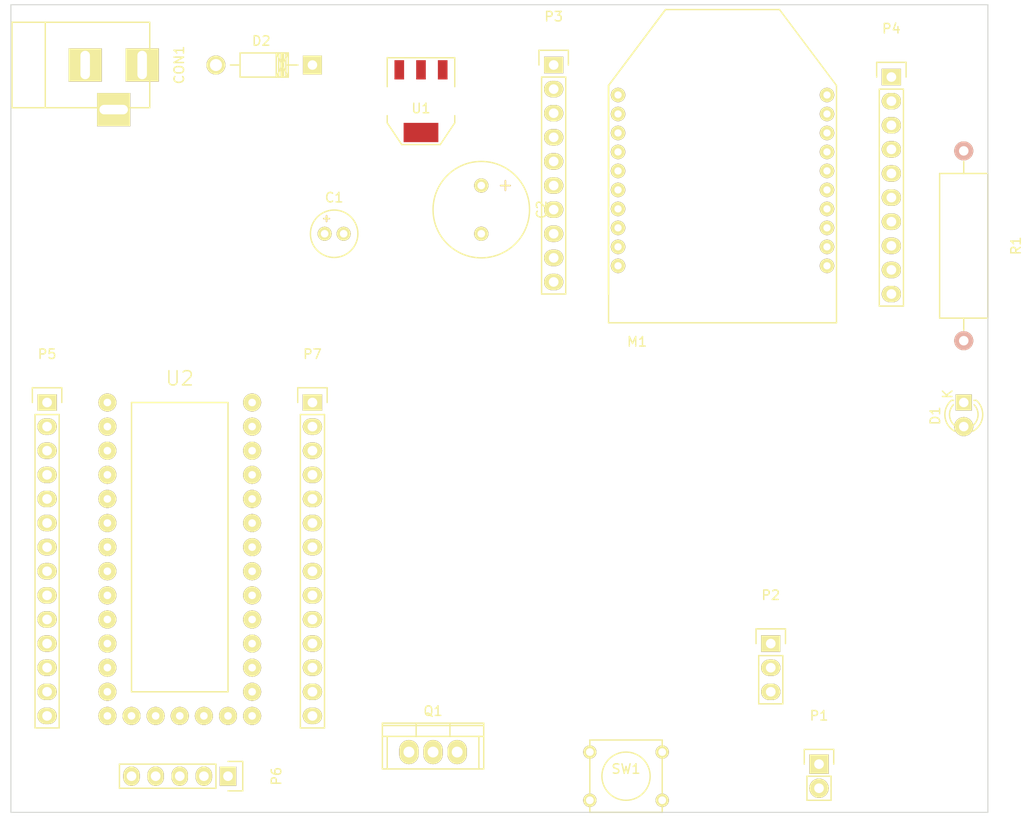
<source format=kicad_pcb>
(kicad_pcb (version 4) (host pcbnew "(2015-05-10 BZR 5649)-product")

  (general
    (links 79)
    (no_connects 79)
    (area 92.659999 72.339999 195.630001 157.530001)
    (thickness 1.6)
    (drawings 4)
    (tracks 0)
    (zones 0)
    (modules 18)
    (nets 56)
  )

  (page A4)
  (layers
    (0 F.Cu signal)
    (31 B.Cu signal)
    (32 B.Adhes user)
    (33 F.Adhes user)
    (34 B.Paste user)
    (35 F.Paste user)
    (36 B.SilkS user)
    (37 F.SilkS user)
    (38 B.Mask user)
    (39 F.Mask user)
    (40 Dwgs.User user)
    (41 Cmts.User user)
    (42 Eco1.User user)
    (43 Eco2.User user)
    (44 Edge.Cuts user)
    (45 Margin user)
    (46 B.CrtYd user)
    (47 F.CrtYd user)
    (48 B.Fab user)
    (49 F.Fab user)
  )

  (setup
    (last_trace_width 0.25)
    (trace_clearance 0.2)
    (zone_clearance 0.508)
    (zone_45_only no)
    (trace_min 0.2)
    (segment_width 0.2)
    (edge_width 0.1)
    (via_size 0.6)
    (via_drill 0.4)
    (via_min_size 0.4)
    (via_min_drill 0.3)
    (uvia_size 0.3)
    (uvia_drill 0.1)
    (uvias_allowed no)
    (uvia_min_size 0.2)
    (uvia_min_drill 0.1)
    (pcb_text_width 0.3)
    (pcb_text_size 1.5 1.5)
    (mod_edge_width 0.15)
    (mod_text_size 1 1)
    (mod_text_width 0.15)
    (pad_size 1.5 1.5)
    (pad_drill 0.6)
    (pad_to_mask_clearance 0)
    (aux_axis_origin 0 0)
    (visible_elements FFFFFF7F)
    (pcbplotparams
      (layerselection 0x00030_80000001)
      (usegerberextensions false)
      (excludeedgelayer true)
      (linewidth 0.100000)
      (plotframeref false)
      (viasonmask false)
      (mode 1)
      (useauxorigin false)
      (hpglpennumber 1)
      (hpglpenspeed 20)
      (hpglpendiameter 15)
      (hpglpenoverlay 2)
      (psnegative false)
      (psa4output false)
      (plotreference true)
      (plotvalue true)
      (plotinvisibletext false)
      (padsonsilk false)
      (subtractmaskfromsilk false)
      (outputformat 1)
      (mirror false)
      (drillshape 1)
      (scaleselection 1)
      (outputdirectory ""))
  )

  (net 0 "")
  (net 1 +5V)
  (net 2 GND)
  (net 3 +3V3)
  (net 4 "Net-(CON1-Pad1)")
  (net 5 "Net-(CON1-Pad3)")
  (net 6 "Net-(D1-Pad1)")
  (net 7 "Net-(M1-Pad2)")
  (net 8 "Net-(M1-Pad4)")
  (net 9 "Net-(M1-Pad5)")
  (net 10 "Net-(M1-Pad6)")
  (net 11 "Net-(M1-Pad7)")
  (net 12 "Net-(M1-Pad8)")
  (net 13 "Net-(M1-Pad9)")
  (net 14 "Net-(M1-Pad11)")
  (net 15 /XBEE_DIO7)
  (net 16 "Net-(M1-Pad13)")
  (net 17 "Net-(M1-Pad14)")
  (net 18 "Net-(M1-Pad15)")
  (net 19 "Net-(M1-Pad16)")
  (net 20 "Net-(M1-Pad17)")
  (net 21 "Net-(M1-Pad18)")
  (net 22 "Net-(M1-Pad19)")
  (net 23 "Net-(M1-Pad20)")
  (net 24 "Net-(P1-Pad1)")
  (net 25 "Net-(P2-Pad1)")
  (net 26 "Net-(P2-Pad3)")
  (net 27 "Net-(M1-Pad3)")
  (net 28 "Net-(P5-Pad2)")
  (net 29 "Net-(P5-Pad3)")
  (net 30 "Net-(P5-Pad4)")
  (net 31 "Net-(P5-Pad5)")
  (net 32 "Net-(P5-Pad6)")
  (net 33 "Net-(P5-Pad7)")
  (net 34 "Net-(P5-Pad9)")
  (net 35 "Net-(P5-Pad10)")
  (net 36 "Net-(P5-Pad11)")
  (net 37 "Net-(P5-Pad13)")
  (net 38 "Net-(P5-Pad14)")
  (net 39 "Net-(P6-Pad1)")
  (net 40 "Net-(P6-Pad2)")
  (net 41 "Net-(P6-Pad3)")
  (net 42 "Net-(P6-Pad4)")
  (net 43 "Net-(P7-Pad2)")
  (net 44 "Net-(P7-Pad3)")
  (net 45 "Net-(P7-Pad4)")
  (net 46 "Net-(P7-Pad5)")
  (net 47 "Net-(P7-Pad6)")
  (net 48 "Net-(P7-Pad7)")
  (net 49 "Net-(P7-Pad8)")
  (net 50 "Net-(P7-Pad9)")
  (net 51 "Net-(P7-Pad10)")
  (net 52 "Net-(P7-Pad11)")
  (net 53 "Net-(P7-Pad12)")
  (net 54 "Net-(P7-Pad13)")
  (net 55 "Net-(P7-Pad14)")

  (net_class Default "This is the default net class."
    (clearance 0.2)
    (trace_width 0.25)
    (via_dia 0.6)
    (via_drill 0.4)
    (uvia_dia 0.3)
    (uvia_drill 0.1)
    (add_net +3V3)
    (add_net +5V)
    (add_net /XBEE_DIO7)
    (add_net GND)
    (add_net "Net-(CON1-Pad1)")
    (add_net "Net-(CON1-Pad3)")
    (add_net "Net-(D1-Pad1)")
    (add_net "Net-(M1-Pad11)")
    (add_net "Net-(M1-Pad13)")
    (add_net "Net-(M1-Pad14)")
    (add_net "Net-(M1-Pad15)")
    (add_net "Net-(M1-Pad16)")
    (add_net "Net-(M1-Pad17)")
    (add_net "Net-(M1-Pad18)")
    (add_net "Net-(M1-Pad19)")
    (add_net "Net-(M1-Pad2)")
    (add_net "Net-(M1-Pad20)")
    (add_net "Net-(M1-Pad3)")
    (add_net "Net-(M1-Pad4)")
    (add_net "Net-(M1-Pad5)")
    (add_net "Net-(M1-Pad6)")
    (add_net "Net-(M1-Pad7)")
    (add_net "Net-(M1-Pad8)")
    (add_net "Net-(M1-Pad9)")
    (add_net "Net-(P1-Pad1)")
    (add_net "Net-(P2-Pad1)")
    (add_net "Net-(P2-Pad3)")
    (add_net "Net-(P5-Pad10)")
    (add_net "Net-(P5-Pad11)")
    (add_net "Net-(P5-Pad13)")
    (add_net "Net-(P5-Pad14)")
    (add_net "Net-(P5-Pad2)")
    (add_net "Net-(P5-Pad3)")
    (add_net "Net-(P5-Pad4)")
    (add_net "Net-(P5-Pad5)")
    (add_net "Net-(P5-Pad6)")
    (add_net "Net-(P5-Pad7)")
    (add_net "Net-(P5-Pad9)")
    (add_net "Net-(P6-Pad1)")
    (add_net "Net-(P6-Pad2)")
    (add_net "Net-(P6-Pad3)")
    (add_net "Net-(P6-Pad4)")
    (add_net "Net-(P7-Pad10)")
    (add_net "Net-(P7-Pad11)")
    (add_net "Net-(P7-Pad12)")
    (add_net "Net-(P7-Pad13)")
    (add_net "Net-(P7-Pad14)")
    (add_net "Net-(P7-Pad2)")
    (add_net "Net-(P7-Pad3)")
    (add_net "Net-(P7-Pad4)")
    (add_net "Net-(P7-Pad5)")
    (add_net "Net-(P7-Pad6)")
    (add_net "Net-(P7-Pad7)")
    (add_net "Net-(P7-Pad8)")
    (add_net "Net-(P7-Pad9)")
  )

  (module Capacitors_Elko_ThroughHole:Elko_vert_11x5mm_RM2 placed (layer F.Cu) (tedit 5454A250) (tstamp 5555667A)
    (at 125.73 96.52)
    (descr "Electrolytic Capacitor, vertical, diameter 5mm, RM 2mm, radial,")
    (tags "Electrolytic Capacitor, vertical, diameter 5mm,  radial, RM 2mm, Elko, Electrolytkondensator, Kondensator gepolt, Durchmesser 5mm")
    (path /553C53E8)
    (fp_text reference C1 (at 1.016 -3.81) (layer F.SilkS)
      (effects (font (size 1 1) (thickness 0.15)))
    )
    (fp_text value 10uF (at 1.016 5.08) (layer F.Fab)
      (effects (font (size 1 1) (thickness 0.15)))
    )
    (fp_line (start 0.2159 -1.89992) (end 0.2159 -1.30048) (layer F.SilkS) (width 0.15))
    (fp_line (start -0.08382 -1.6002) (end 0.51562 -1.6002) (layer F.SilkS) (width 0.15))
    (fp_line (start 0.2159 -1.6002) (end 0.2159 -1.30048) (layer F.Cu) (width 0.15))
    (fp_line (start 0.2159 -1.6002) (end 0.51562 -1.6002) (layer F.Cu) (width 0.15))
    (fp_line (start -0.08382 -1.6002) (end 0.2159 -1.6002) (layer F.Cu) (width 0.15))
    (fp_line (start 0.2159 -1.6002) (end 0.2159 -1.89992) (layer F.Cu) (width 0.15))
    (fp_circle (center 1.016 0) (end 3.51536 0) (layer F.SilkS) (width 0.15))
    (pad 1 thru_hole circle (at 0.01524 0) (size 1.48082 1.48082) (drill 0.8001) (layers *.Cu *.Mask F.SilkS)
      (net 1 +5V))
    (pad 2 thru_hole circle (at 2.01676 0) (size 1.48082 1.48082) (drill 0.8001) (layers *.Cu *.Mask F.SilkS)
      (net 2 GND))
    (model Capacitors_Elko_ThroughHole.3dshapes/Elko_vert_11x5mm_RM2.wrl
      (at (xyz 0 0 0))
      (scale (xyz 1 1 1))
      (rotate (xyz 0 0 0))
    )
  )

  (module Capacitors_Elko_ThroughHole:Elko_vert_20x10mm_RM5 placed (layer F.Cu) (tedit 5454A3C5) (tstamp 55556685)
    (at 142.24 91.44 270)
    (descr "Electrolytic Capacitor, vertical, diameter 10mm, RM 5mm, radial,")
    (tags "Electrolytic Capacitor, vertical, diameter 10mm, RM 5mm, Elko, Electrolytkondensator, Kondensator gepolt, Durchmesser 10mm, radial,")
    (path /553C5452)
    (fp_text reference C2 (at 2.54 -6.35 270) (layer F.SilkS)
      (effects (font (size 1 1) (thickness 0.15)))
    )
    (fp_text value 10uF (at 2.54 6.35 270) (layer F.Fab)
      (effects (font (size 1 1) (thickness 0.15)))
    )
    (fp_line (start 0 -3.048) (end 0 -2.032) (layer F.SilkS) (width 0.15))
    (fp_line (start -0.508 -2.54) (end 0.508 -2.54) (layer F.SilkS) (width 0.15))
    (fp_line (start -0.508 -2.54) (end 0.508 -2.54) (layer F.Cu) (width 0.15))
    (fp_line (start 0 -3.048) (end 0 -2.032) (layer F.Cu) (width 0.15))
    (fp_circle (center 2.54 0) (end 7.62 0) (layer F.SilkS) (width 0.15))
    (pad 2 thru_hole circle (at 5.08 0 270) (size 1.50114 1.50114) (drill 0.8001) (layers *.Cu *.Mask F.SilkS)
      (net 2 GND))
    (pad 1 thru_hole circle (at 0 0 270) (size 1.50114 1.50114) (drill 0.8001) (layers *.Cu *.Mask F.SilkS)
      (net 3 +3V3))
    (model Capacitors_Elko_ThroughHole.3dshapes/Elko_vert_20x10mm_RM5.wrl
      (at (xyz 0 0 0))
      (scale (xyz 1 1 1))
      (rotate (xyz 0 0 0))
    )
  )

  (module Connect:BARREL_JACK placed (layer F.Cu) (tedit 0) (tstamp 55556691)
    (at 100.33 78.74)
    (descr "DC Barrel Jack")
    (tags "Power Jack")
    (path /553C403C)
    (fp_text reference CON1 (at 10.09904 0 90) (layer F.SilkS)
      (effects (font (size 1 1) (thickness 0.15)))
    )
    (fp_text value BARREL_JACK (at 0 -5.99948) (layer F.Fab)
      (effects (font (size 1 1) (thickness 0.15)))
    )
    (fp_line (start -4.0005 -4.50088) (end -4.0005 4.50088) (layer F.SilkS) (width 0.15))
    (fp_line (start -7.50062 -4.50088) (end -7.50062 4.50088) (layer F.SilkS) (width 0.15))
    (fp_line (start -7.50062 4.50088) (end 7.00024 4.50088) (layer F.SilkS) (width 0.15))
    (fp_line (start 7.00024 4.50088) (end 7.00024 -4.50088) (layer F.SilkS) (width 0.15))
    (fp_line (start 7.00024 -4.50088) (end -7.50062 -4.50088) (layer F.SilkS) (width 0.15))
    (pad 1 thru_hole rect (at 6.20014 0) (size 3.50012 3.50012) (drill oval 1.00076 2.99974) (layers *.Cu *.Mask F.SilkS)
      (net 4 "Net-(CON1-Pad1)"))
    (pad 2 thru_hole rect (at 0.20066 0) (size 3.50012 3.50012) (drill oval 1.00076 2.99974) (layers *.Cu *.Mask F.SilkS)
      (net 2 GND))
    (pad 3 thru_hole rect (at 3.2004 4.699) (size 3.50012 3.50012) (drill oval 2.99974 1.00076) (layers *.Cu *.Mask F.SilkS)
      (net 5 "Net-(CON1-Pad3)"))
  )

  (module LEDs:LED-3MM placed (layer F.Cu) (tedit 5538DCEE) (tstamp 555566A2)
    (at 193.04 114.3 270)
    (descr "LED vertical 3mm")
    (tags "LED-3MM LED 3mm")
    (path /553D18EC)
    (fp_text reference D1 (at 1.4 3 270) (layer F.SilkS)
      (effects (font (size 1 1) (thickness 0.15)))
    )
    (fp_text value "Assoc LED" (at 0.65 -2.85 270) (layer F.Fab)
      (effects (font (size 1 1) (thickness 0.15)))
    )
    (fp_line (start 3.8 -2.25) (end 3.8 2.3) (layer F.CrtYd) (width 0.05))
    (fp_line (start -1.1 -2.25) (end -1.1 2.3) (layer F.CrtYd) (width 0.05))
    (fp_line (start -1.1 2.3) (end 3.8 2.3) (layer F.CrtYd) (width 0.05))
    (fp_line (start -1.1 -2.25) (end 3.8 -2.25) (layer F.CrtYd) (width 0.05))
    (fp_line (start -0.23 1.28) (end -0.23 1.06) (layer F.SilkS) (width 0.15))
    (fp_line (start -0.23 -1.32) (end -0.23 -1.07) (layer F.SilkS) (width 0.15))
    (fp_arc (start 1.27 0) (end -0.23 -1.32) (angle 110) (layer F.SilkS) (width 0.15))
    (fp_arc (start 1.27 0) (end 0.23 -1.09) (angle 93) (layer F.SilkS) (width 0.15))
    (fp_arc (start 1.28 0) (end 3.02 0.96) (angle 110) (layer F.SilkS) (width 0.15))
    (fp_arc (start 1.27 0) (end 2.44 0.94) (angle 95.5) (layer F.SilkS) (width 0.15))
    (fp_text user K (at -0.9 1.7 270) (layer F.SilkS)
      (effects (font (size 1 1) (thickness 0.15)))
    )
    (pad 1 thru_hole rect (at 0 0) (size 1.69926 1.69926) (drill 1.00076) (layers *.Cu *.Mask F.SilkS)
      (net 6 "Net-(D1-Pad1)"))
    (pad 2 thru_hole circle (at 2.54 0 270) (size 1.99898 1.99898) (drill 1.00076) (layers *.Cu *.Mask F.SilkS)
      (net 2 GND))
    (model LEDs.3dshapes/LED-3MM.wrl
      (at (xyz 0.05 0 0))
      (scale (xyz 1 1 1))
      (rotate (xyz 0 0 180))
    )
  )

  (module Diodes_ThroughHole:Diode_DO-41_SOD81_Horizontal_RM10 placed (layer F.Cu) (tedit 552FFCCE) (tstamp 555566B6)
    (at 124.46 78.74 180)
    (descr "Diode, DO-41, SOD81, Horizontal, RM 10mm,")
    (tags "Diode, DO-41, SOD81, Horizontal, RM 10mm, 1N4007, SB140,")
    (path /5541A2D5)
    (fp_text reference D2 (at 5.38734 2.53746 180) (layer F.SilkS)
      (effects (font (size 1 1) (thickness 0.15)))
    )
    (fp_text value 1N4001 (at 4.37134 -3.55854 180) (layer F.Fab)
      (effects (font (size 1 1) (thickness 0.15)))
    )
    (fp_line (start 7.62 -0.00254) (end 8.636 -0.00254) (layer F.SilkS) (width 0.15))
    (fp_line (start 2.794 -0.00254) (end 1.524 -0.00254) (layer F.SilkS) (width 0.15))
    (fp_line (start 3.048 -1.27254) (end 3.048 1.26746) (layer F.SilkS) (width 0.15))
    (fp_line (start 3.302 -1.27254) (end 3.302 1.26746) (layer F.SilkS) (width 0.15))
    (fp_line (start 3.556 -1.27254) (end 3.556 1.26746) (layer F.SilkS) (width 0.15))
    (fp_line (start 2.794 -1.27254) (end 2.794 1.26746) (layer F.SilkS) (width 0.15))
    (fp_line (start 3.81 -1.27254) (end 2.54 1.26746) (layer F.SilkS) (width 0.15))
    (fp_line (start 2.54 -1.27254) (end 3.81 1.26746) (layer F.SilkS) (width 0.15))
    (fp_line (start 3.81 -1.27254) (end 3.81 1.26746) (layer F.SilkS) (width 0.15))
    (fp_line (start 3.175 -1.27254) (end 3.175 1.26746) (layer F.SilkS) (width 0.15))
    (fp_line (start 2.54 1.26746) (end 2.54 -1.27254) (layer F.SilkS) (width 0.15))
    (fp_line (start 2.54 -1.27254) (end 7.62 -1.27254) (layer F.SilkS) (width 0.15))
    (fp_line (start 7.62 -1.27254) (end 7.62 1.26746) (layer F.SilkS) (width 0.15))
    (fp_line (start 7.62 1.26746) (end 2.54 1.26746) (layer F.SilkS) (width 0.15))
    (pad 2 thru_hole circle (at 10.16 -0.00254) (size 1.99898 1.99898) (drill 1.27) (layers *.Cu *.Mask F.SilkS)
      (net 4 "Net-(CON1-Pad1)"))
    (pad 1 thru_hole rect (at 0 -0.00254) (size 1.99898 1.99898) (drill 1.00076) (layers *.Cu *.Mask F.SilkS)
      (net 1 +5V))
  )

  (module modules:xbee placed (layer F.Cu) (tedit 5551735C) (tstamp 555566D7)
    (at 167.64 88.9)
    (path /5542EC6F)
    (fp_text reference M1 (at -9 19) (layer F.SilkS)
      (effects (font (size 1 1) (thickness 0.15)))
    )
    (fp_text value XBEE (at 0 0) (layer F.Fab) hide
      (effects (font (size 1 1) (thickness 0.15)))
    )
    (fp_line (start -6 -16) (end -12 -8) (layer F.SilkS) (width 0.15))
    (fp_line (start -12 -8) (end -6 -16) (layer F.SilkS) (width 0.15))
    (fp_line (start -6 -16) (end 6 -16) (layer F.SilkS) (width 0.15))
    (fp_line (start 12 -8) (end 6 -16) (layer F.SilkS) (width 0.15))
    (fp_line (start 12 -8) (end 12 17) (layer F.SilkS) (width 0.15))
    (fp_line (start -12 17) (end 12 17) (layer F.SilkS) (width 0.15))
    (fp_line (start -12 17) (end -12 14) (layer F.SilkS) (width 0.15))
    (fp_line (start -12 -8) (end -12 14) (layer F.SilkS) (width 0.15))
    (fp_line (start -12 14) (end -12 -8) (layer F.SilkS) (width 0.15))
    (pad 1 thru_hole circle (at -11 -7) (size 1.524 1.524) (drill 0.762) (layers *.Cu *.Mask F.SilkS)
      (net 3 +3V3))
    (pad 2 thru_hole circle (at -11 -5) (size 1.524 1.524) (drill 0.762) (layers *.Cu *.Mask F.SilkS)
      (net 7 "Net-(M1-Pad2)"))
    (pad 4 thru_hole circle (at -11 -1) (size 1.524 1.524) (drill 0.762) (layers *.Cu *.Mask F.SilkS)
      (net 8 "Net-(M1-Pad4)"))
    (pad 3 thru_hole circle (at -11 -3) (size 1.524 1.524) (drill 0.762) (layers *.Cu *.Mask F.SilkS)
      (net 27 "Net-(M1-Pad3)"))
    (pad 6 thru_hole circle (at -11 3) (size 1.524 1.524) (drill 0.762) (layers *.Cu *.Mask F.SilkS)
      (net 10 "Net-(M1-Pad6)"))
    (pad 7 thru_hole circle (at -11 5) (size 1.524 1.524) (drill 0.762) (layers *.Cu *.Mask F.SilkS)
      (net 11 "Net-(M1-Pad7)"))
    (pad 8 thru_hole circle (at -11 7) (size 1.524 1.524) (drill 0.762) (layers *.Cu *.Mask F.SilkS)
      (net 12 "Net-(M1-Pad8)"))
    (pad 9 thru_hole circle (at -11 9) (size 1.524 1.524) (drill 0.762) (layers *.Cu *.Mask F.SilkS)
      (net 13 "Net-(M1-Pad9)"))
    (pad 10 thru_hole circle (at -11 11) (size 1.524 1.524) (drill 0.762) (layers *.Cu *.Mask F.SilkS)
      (net 2 GND))
    (pad 11 thru_hole circle (at 11 11) (size 1.524 1.524) (drill 0.762) (layers *.Cu *.Mask F.SilkS)
      (net 14 "Net-(M1-Pad11)"))
    (pad 12 thru_hole circle (at 11 9) (size 1.524 1.524) (drill 0.762) (layers *.Cu *.Mask F.SilkS)
      (net 15 /XBEE_DIO7))
    (pad 13 thru_hole circle (at 11 7) (size 1.524 1.524) (drill 0.762) (layers *.Cu *.Mask F.SilkS)
      (net 16 "Net-(M1-Pad13)"))
    (pad 14 thru_hole circle (at 11 5) (size 1.524 1.524) (drill 0.762) (layers *.Cu *.Mask F.SilkS)
      (net 17 "Net-(M1-Pad14)"))
    (pad 15 thru_hole circle (at 11 3) (size 1.524 1.524) (drill 0.762) (layers *.Cu *.Mask F.SilkS)
      (net 18 "Net-(M1-Pad15)"))
    (pad 16 thru_hole circle (at 11 1) (size 1.524 1.524) (drill 0.762) (layers *.Cu *.Mask F.SilkS)
      (net 19 "Net-(M1-Pad16)"))
    (pad 17 thru_hole circle (at 11 -1) (size 1.524 1.524) (drill 0.762) (layers *.Cu *.Mask F.SilkS)
      (net 20 "Net-(M1-Pad17)"))
    (pad 18 thru_hole circle (at 11 -3) (size 1.524 1.524) (drill 0.762) (layers *.Cu *.Mask F.SilkS)
      (net 21 "Net-(M1-Pad18)"))
    (pad 19 thru_hole circle (at 11 -5) (size 1.524 1.524) (drill 0.762) (layers *.Cu *.Mask F.SilkS)
      (net 22 "Net-(M1-Pad19)"))
    (pad 20 thru_hole circle (at 11 -7) (size 1.524 1.524) (drill 0.762) (layers *.Cu *.Mask F.SilkS)
      (net 23 "Net-(M1-Pad20)"))
    (pad 5 thru_hole circle (at -11 1) (size 1.524 1.524) (drill 0.762) (layers *.Cu *.Mask F.SilkS)
      (net 9 "Net-(M1-Pad5)"))
  )

  (module Pin_Headers:Pin_Header_Straight_1x02 placed (layer F.Cu) (tedit 54EA090C) (tstamp 555566E8)
    (at 177.8 152.4)
    (descr "Through hole pin header")
    (tags "pin header")
    (path /553C4802)
    (fp_text reference P1 (at 0 -5.1) (layer F.SilkS)
      (effects (font (size 1 1) (thickness 0.15)))
    )
    (fp_text value "Door Sensor" (at 0 -3.1) (layer F.Fab)
      (effects (font (size 1 1) (thickness 0.15)))
    )
    (fp_line (start 1.27 1.27) (end 1.27 3.81) (layer F.SilkS) (width 0.15))
    (fp_line (start 1.55 -1.55) (end 1.55 0) (layer F.SilkS) (width 0.15))
    (fp_line (start -1.75 -1.75) (end -1.75 4.3) (layer F.CrtYd) (width 0.05))
    (fp_line (start 1.75 -1.75) (end 1.75 4.3) (layer F.CrtYd) (width 0.05))
    (fp_line (start -1.75 -1.75) (end 1.75 -1.75) (layer F.CrtYd) (width 0.05))
    (fp_line (start -1.75 4.3) (end 1.75 4.3) (layer F.CrtYd) (width 0.05))
    (fp_line (start 1.27 1.27) (end -1.27 1.27) (layer F.SilkS) (width 0.15))
    (fp_line (start -1.55 0) (end -1.55 -1.55) (layer F.SilkS) (width 0.15))
    (fp_line (start -1.55 -1.55) (end 1.55 -1.55) (layer F.SilkS) (width 0.15))
    (fp_line (start -1.27 1.27) (end -1.27 3.81) (layer F.SilkS) (width 0.15))
    (fp_line (start -1.27 3.81) (end 1.27 3.81) (layer F.SilkS) (width 0.15))
    (pad 1 thru_hole rect (at 0 0) (size 2.032 2.032) (drill 1.016) (layers *.Cu *.Mask F.SilkS)
      (net 24 "Net-(P1-Pad1)"))
    (pad 2 thru_hole oval (at 0 2.54) (size 2.032 2.032) (drill 1.016) (layers *.Cu *.Mask F.SilkS)
      (net 2 GND))
    (model Pin_Headers.3dshapes/Pin_Header_Straight_1x02.wrl
      (at (xyz 0 -0.05 0))
      (scale (xyz 1 1 1))
      (rotate (xyz 0 0 90))
    )
  )

  (module Pin_Headers:Pin_Header_Straight_1x03 placed (layer F.Cu) (tedit 0) (tstamp 555566FA)
    (at 172.72 139.7)
    (descr "Through hole pin header")
    (tags "pin header")
    (path /553C4577)
    (fp_text reference P2 (at 0 -5.1) (layer F.SilkS)
      (effects (font (size 1 1) (thickness 0.15)))
    )
    (fp_text value Servo (at 0 -3.1) (layer F.Fab)
      (effects (font (size 1 1) (thickness 0.15)))
    )
    (fp_line (start -1.75 -1.75) (end -1.75 6.85) (layer F.CrtYd) (width 0.05))
    (fp_line (start 1.75 -1.75) (end 1.75 6.85) (layer F.CrtYd) (width 0.05))
    (fp_line (start -1.75 -1.75) (end 1.75 -1.75) (layer F.CrtYd) (width 0.05))
    (fp_line (start -1.75 6.85) (end 1.75 6.85) (layer F.CrtYd) (width 0.05))
    (fp_line (start -1.27 1.27) (end -1.27 6.35) (layer F.SilkS) (width 0.15))
    (fp_line (start -1.27 6.35) (end 1.27 6.35) (layer F.SilkS) (width 0.15))
    (fp_line (start 1.27 6.35) (end 1.27 1.27) (layer F.SilkS) (width 0.15))
    (fp_line (start 1.55 -1.55) (end 1.55 0) (layer F.SilkS) (width 0.15))
    (fp_line (start 1.27 1.27) (end -1.27 1.27) (layer F.SilkS) (width 0.15))
    (fp_line (start -1.55 0) (end -1.55 -1.55) (layer F.SilkS) (width 0.15))
    (fp_line (start -1.55 -1.55) (end 1.55 -1.55) (layer F.SilkS) (width 0.15))
    (pad 1 thru_hole rect (at 0 0) (size 2.032 1.7272) (drill 1.016) (layers *.Cu *.Mask F.SilkS)
      (net 25 "Net-(P2-Pad1)"))
    (pad 2 thru_hole oval (at 0 2.54) (size 2.032 1.7272) (drill 1.016) (layers *.Cu *.Mask F.SilkS)
      (net 1 +5V))
    (pad 3 thru_hole oval (at 0 5.08) (size 2.032 1.7272) (drill 1.016) (layers *.Cu *.Mask F.SilkS)
      (net 26 "Net-(P2-Pad3)"))
    (model Pin_Headers.3dshapes/Pin_Header_Straight_1x03.wrl
      (at (xyz 0 -0.1 0))
      (scale (xyz 1 1 1))
      (rotate (xyz 0 0 90))
    )
  )

  (module Pin_Headers:Pin_Header_Straight_1x10 placed (layer F.Cu) (tedit 0) (tstamp 55556713)
    (at 149.86 78.74)
    (descr "Through hole pin header")
    (tags "pin header")
    (path /5542ECE2)
    (fp_text reference P3 (at 0 -5.1) (layer F.SilkS)
      (effects (font (size 1 1) (thickness 0.15)))
    )
    (fp_text value CONN_01X10 (at 0 -3.1) (layer F.Fab)
      (effects (font (size 1 1) (thickness 0.15)))
    )
    (fp_line (start -1.75 -1.75) (end -1.75 24.65) (layer F.CrtYd) (width 0.05))
    (fp_line (start 1.75 -1.75) (end 1.75 24.65) (layer F.CrtYd) (width 0.05))
    (fp_line (start -1.75 -1.75) (end 1.75 -1.75) (layer F.CrtYd) (width 0.05))
    (fp_line (start -1.75 24.65) (end 1.75 24.65) (layer F.CrtYd) (width 0.05))
    (fp_line (start 1.27 1.27) (end 1.27 24.13) (layer F.SilkS) (width 0.15))
    (fp_line (start 1.27 24.13) (end -1.27 24.13) (layer F.SilkS) (width 0.15))
    (fp_line (start -1.27 24.13) (end -1.27 1.27) (layer F.SilkS) (width 0.15))
    (fp_line (start 1.55 -1.55) (end 1.55 0) (layer F.SilkS) (width 0.15))
    (fp_line (start 1.27 1.27) (end -1.27 1.27) (layer F.SilkS) (width 0.15))
    (fp_line (start -1.55 0) (end -1.55 -1.55) (layer F.SilkS) (width 0.15))
    (fp_line (start -1.55 -1.55) (end 1.55 -1.55) (layer F.SilkS) (width 0.15))
    (pad 1 thru_hole rect (at 0 0) (size 2.032 1.7272) (drill 1.016) (layers *.Cu *.Mask F.SilkS)
      (net 3 +3V3))
    (pad 2 thru_hole oval (at 0 2.54) (size 2.032 1.7272) (drill 1.016) (layers *.Cu *.Mask F.SilkS)
      (net 7 "Net-(M1-Pad2)"))
    (pad 3 thru_hole oval (at 0 5.08) (size 2.032 1.7272) (drill 1.016) (layers *.Cu *.Mask F.SilkS)
      (net 27 "Net-(M1-Pad3)"))
    (pad 4 thru_hole oval (at 0 7.62) (size 2.032 1.7272) (drill 1.016) (layers *.Cu *.Mask F.SilkS)
      (net 8 "Net-(M1-Pad4)"))
    (pad 5 thru_hole oval (at 0 10.16) (size 2.032 1.7272) (drill 1.016) (layers *.Cu *.Mask F.SilkS)
      (net 9 "Net-(M1-Pad5)"))
    (pad 6 thru_hole oval (at 0 12.7) (size 2.032 1.7272) (drill 1.016) (layers *.Cu *.Mask F.SilkS)
      (net 10 "Net-(M1-Pad6)"))
    (pad 7 thru_hole oval (at 0 15.24) (size 2.032 1.7272) (drill 1.016) (layers *.Cu *.Mask F.SilkS)
      (net 11 "Net-(M1-Pad7)"))
    (pad 8 thru_hole oval (at 0 17.78) (size 2.032 1.7272) (drill 1.016) (layers *.Cu *.Mask F.SilkS)
      (net 12 "Net-(M1-Pad8)"))
    (pad 9 thru_hole oval (at 0 20.32) (size 2.032 1.7272) (drill 1.016) (layers *.Cu *.Mask F.SilkS)
      (net 13 "Net-(M1-Pad9)"))
    (pad 10 thru_hole oval (at 0 22.86) (size 2.032 1.7272) (drill 1.016) (layers *.Cu *.Mask F.SilkS)
      (net 2 GND))
    (model Pin_Headers.3dshapes/Pin_Header_Straight_1x10.wrl
      (at (xyz 0 -0.45 0))
      (scale (xyz 1 1 1))
      (rotate (xyz 0 0 90))
    )
  )

  (module Pin_Headers:Pin_Header_Straight_1x10 placed (layer F.Cu) (tedit 0) (tstamp 5555672C)
    (at 185.42 80.01)
    (descr "Through hole pin header")
    (tags "pin header")
    (path /5542F1C9)
    (fp_text reference P4 (at 0 -5.1) (layer F.SilkS)
      (effects (font (size 1 1) (thickness 0.15)))
    )
    (fp_text value CONN_01X10 (at 0 -3.1) (layer F.Fab)
      (effects (font (size 1 1) (thickness 0.15)))
    )
    (fp_line (start -1.75 -1.75) (end -1.75 24.65) (layer F.CrtYd) (width 0.05))
    (fp_line (start 1.75 -1.75) (end 1.75 24.65) (layer F.CrtYd) (width 0.05))
    (fp_line (start -1.75 -1.75) (end 1.75 -1.75) (layer F.CrtYd) (width 0.05))
    (fp_line (start -1.75 24.65) (end 1.75 24.65) (layer F.CrtYd) (width 0.05))
    (fp_line (start 1.27 1.27) (end 1.27 24.13) (layer F.SilkS) (width 0.15))
    (fp_line (start 1.27 24.13) (end -1.27 24.13) (layer F.SilkS) (width 0.15))
    (fp_line (start -1.27 24.13) (end -1.27 1.27) (layer F.SilkS) (width 0.15))
    (fp_line (start 1.55 -1.55) (end 1.55 0) (layer F.SilkS) (width 0.15))
    (fp_line (start 1.27 1.27) (end -1.27 1.27) (layer F.SilkS) (width 0.15))
    (fp_line (start -1.55 0) (end -1.55 -1.55) (layer F.SilkS) (width 0.15))
    (fp_line (start -1.55 -1.55) (end 1.55 -1.55) (layer F.SilkS) (width 0.15))
    (pad 1 thru_hole rect (at 0 0) (size 2.032 1.7272) (drill 1.016) (layers *.Cu *.Mask F.SilkS)
      (net 23 "Net-(M1-Pad20)"))
    (pad 2 thru_hole oval (at 0 2.54) (size 2.032 1.7272) (drill 1.016) (layers *.Cu *.Mask F.SilkS)
      (net 22 "Net-(M1-Pad19)"))
    (pad 3 thru_hole oval (at 0 5.08) (size 2.032 1.7272) (drill 1.016) (layers *.Cu *.Mask F.SilkS)
      (net 21 "Net-(M1-Pad18)"))
    (pad 4 thru_hole oval (at 0 7.62) (size 2.032 1.7272) (drill 1.016) (layers *.Cu *.Mask F.SilkS)
      (net 20 "Net-(M1-Pad17)"))
    (pad 5 thru_hole oval (at 0 10.16) (size 2.032 1.7272) (drill 1.016) (layers *.Cu *.Mask F.SilkS)
      (net 19 "Net-(M1-Pad16)"))
    (pad 6 thru_hole oval (at 0 12.7) (size 2.032 1.7272) (drill 1.016) (layers *.Cu *.Mask F.SilkS)
      (net 18 "Net-(M1-Pad15)"))
    (pad 7 thru_hole oval (at 0 15.24) (size 2.032 1.7272) (drill 1.016) (layers *.Cu *.Mask F.SilkS)
      (net 17 "Net-(M1-Pad14)"))
    (pad 8 thru_hole oval (at 0 17.78) (size 2.032 1.7272) (drill 1.016) (layers *.Cu *.Mask F.SilkS)
      (net 16 "Net-(M1-Pad13)"))
    (pad 9 thru_hole oval (at 0 20.32) (size 2.032 1.7272) (drill 1.016) (layers *.Cu *.Mask F.SilkS)
      (net 15 /XBEE_DIO7))
    (pad 10 thru_hole oval (at 0 22.86) (size 2.032 1.7272) (drill 1.016) (layers *.Cu *.Mask F.SilkS)
      (net 14 "Net-(M1-Pad11)"))
    (model Pin_Headers.3dshapes/Pin_Header_Straight_1x10.wrl
      (at (xyz 0 -0.45 0))
      (scale (xyz 1 1 1))
      (rotate (xyz 0 0 90))
    )
  )

  (module Pin_Headers:Pin_Header_Straight_1x14 placed (layer F.Cu) (tedit 0) (tstamp 55556749)
    (at 96.52 114.3)
    (descr "Through hole pin header")
    (tags "pin header")
    (path /55453354)
    (fp_text reference P5 (at 0 -5.1) (layer F.SilkS)
      (effects (font (size 1 1) (thickness 0.15)))
    )
    (fp_text value CONN_01X14 (at 0 -3.1) (layer F.Fab)
      (effects (font (size 1 1) (thickness 0.15)))
    )
    (fp_line (start -1.75 -1.75) (end -1.75 34.8) (layer F.CrtYd) (width 0.05))
    (fp_line (start 1.75 -1.75) (end 1.75 34.8) (layer F.CrtYd) (width 0.05))
    (fp_line (start -1.75 -1.75) (end 1.75 -1.75) (layer F.CrtYd) (width 0.05))
    (fp_line (start -1.75 34.8) (end 1.75 34.8) (layer F.CrtYd) (width 0.05))
    (fp_line (start -1.27 1.27) (end -1.27 34.29) (layer F.SilkS) (width 0.15))
    (fp_line (start -1.27 34.29) (end 1.27 34.29) (layer F.SilkS) (width 0.15))
    (fp_line (start 1.27 34.29) (end 1.27 1.27) (layer F.SilkS) (width 0.15))
    (fp_line (start 1.55 -1.55) (end 1.55 0) (layer F.SilkS) (width 0.15))
    (fp_line (start 1.27 1.27) (end -1.27 1.27) (layer F.SilkS) (width 0.15))
    (fp_line (start -1.55 0) (end -1.55 -1.55) (layer F.SilkS) (width 0.15))
    (fp_line (start -1.55 -1.55) (end 1.55 -1.55) (layer F.SilkS) (width 0.15))
    (pad 1 thru_hole rect (at 0 0) (size 2.032 1.7272) (drill 1.016) (layers *.Cu *.Mask F.SilkS)
      (net 2 GND))
    (pad 2 thru_hole oval (at 0 2.54) (size 2.032 1.7272) (drill 1.016) (layers *.Cu *.Mask F.SilkS)
      (net 28 "Net-(P5-Pad2)"))
    (pad 3 thru_hole oval (at 0 5.08) (size 2.032 1.7272) (drill 1.016) (layers *.Cu *.Mask F.SilkS)
      (net 29 "Net-(P5-Pad3)"))
    (pad 4 thru_hole oval (at 0 7.62) (size 2.032 1.7272) (drill 1.016) (layers *.Cu *.Mask F.SilkS)
      (net 30 "Net-(P5-Pad4)"))
    (pad 5 thru_hole oval (at 0 10.16) (size 2.032 1.7272) (drill 1.016) (layers *.Cu *.Mask F.SilkS)
      (net 31 "Net-(P5-Pad5)"))
    (pad 6 thru_hole oval (at 0 12.7) (size 2.032 1.7272) (drill 1.016) (layers *.Cu *.Mask F.SilkS)
      (net 32 "Net-(P5-Pad6)"))
    (pad 7 thru_hole oval (at 0 15.24) (size 2.032 1.7272) (drill 1.016) (layers *.Cu *.Mask F.SilkS)
      (net 33 "Net-(P5-Pad7)"))
    (pad 8 thru_hole oval (at 0 17.78) (size 2.032 1.7272) (drill 1.016) (layers *.Cu *.Mask F.SilkS)
      (net 15 /XBEE_DIO7))
    (pad 9 thru_hole oval (at 0 20.32) (size 2.032 1.7272) (drill 1.016) (layers *.Cu *.Mask F.SilkS)
      (net 34 "Net-(P5-Pad9)"))
    (pad 10 thru_hole oval (at 0 22.86) (size 2.032 1.7272) (drill 1.016) (layers *.Cu *.Mask F.SilkS)
      (net 35 "Net-(P5-Pad10)"))
    (pad 11 thru_hole oval (at 0 25.4) (size 2.032 1.7272) (drill 1.016) (layers *.Cu *.Mask F.SilkS)
      (net 36 "Net-(P5-Pad11)"))
    (pad 12 thru_hole oval (at 0 27.94) (size 2.032 1.7272) (drill 1.016) (layers *.Cu *.Mask F.SilkS)
      (net 24 "Net-(P1-Pad1)"))
    (pad 13 thru_hole oval (at 0 30.48) (size 2.032 1.7272) (drill 1.016) (layers *.Cu *.Mask F.SilkS)
      (net 37 "Net-(P5-Pad13)"))
    (pad 14 thru_hole oval (at 0 33.02) (size 2.032 1.7272) (drill 1.016) (layers *.Cu *.Mask F.SilkS)
      (net 38 "Net-(P5-Pad14)"))
    (model Pin_Headers.3dshapes/Pin_Header_Straight_1x14.wrl
      (at (xyz 0 -0.65 0))
      (scale (xyz 1 1 1))
      (rotate (xyz 0 0 90))
    )
  )

  (module Pin_Headers:Pin_Header_Straight_1x05 placed (layer F.Cu) (tedit 54EA0684) (tstamp 5555675D)
    (at 115.57 153.67 270)
    (descr "Through hole pin header")
    (tags "pin header")
    (path /55454EDE)
    (fp_text reference P6 (at 0 -5.1 270) (layer F.SilkS)
      (effects (font (size 1 1) (thickness 0.15)))
    )
    (fp_text value CONN_01X05 (at 0 -3.1 270) (layer F.Fab)
      (effects (font (size 1 1) (thickness 0.15)))
    )
    (fp_line (start -1.55 0) (end -1.55 -1.55) (layer F.SilkS) (width 0.15))
    (fp_line (start -1.55 -1.55) (end 1.55 -1.55) (layer F.SilkS) (width 0.15))
    (fp_line (start 1.55 -1.55) (end 1.55 0) (layer F.SilkS) (width 0.15))
    (fp_line (start -1.75 -1.75) (end -1.75 11.95) (layer F.CrtYd) (width 0.05))
    (fp_line (start 1.75 -1.75) (end 1.75 11.95) (layer F.CrtYd) (width 0.05))
    (fp_line (start -1.75 -1.75) (end 1.75 -1.75) (layer F.CrtYd) (width 0.05))
    (fp_line (start -1.75 11.95) (end 1.75 11.95) (layer F.CrtYd) (width 0.05))
    (fp_line (start 1.27 1.27) (end 1.27 11.43) (layer F.SilkS) (width 0.15))
    (fp_line (start 1.27 11.43) (end -1.27 11.43) (layer F.SilkS) (width 0.15))
    (fp_line (start -1.27 11.43) (end -1.27 1.27) (layer F.SilkS) (width 0.15))
    (fp_line (start 1.27 1.27) (end -1.27 1.27) (layer F.SilkS) (width 0.15))
    (pad 1 thru_hole rect (at 0 0 270) (size 2.032 1.7272) (drill 1.016) (layers *.Cu *.Mask F.SilkS)
      (net 39 "Net-(P6-Pad1)"))
    (pad 2 thru_hole oval (at 0 2.54 270) (size 2.032 1.7272) (drill 1.016) (layers *.Cu *.Mask F.SilkS)
      (net 40 "Net-(P6-Pad2)"))
    (pad 3 thru_hole oval (at 0 5.08 270) (size 2.032 1.7272) (drill 1.016) (layers *.Cu *.Mask F.SilkS)
      (net 41 "Net-(P6-Pad3)"))
    (pad 4 thru_hole oval (at 0 7.62 270) (size 2.032 1.7272) (drill 1.016) (layers *.Cu *.Mask F.SilkS)
      (net 42 "Net-(P6-Pad4)"))
    (pad 5 thru_hole oval (at 0 10.16 270) (size 2.032 1.7272) (drill 1.016) (layers *.Cu *.Mask F.SilkS)
      (net 25 "Net-(P2-Pad1)"))
    (model Pin_Headers.3dshapes/Pin_Header_Straight_1x05.wrl
      (at (xyz 0 -0.2 0))
      (scale (xyz 1 1 1))
      (rotate (xyz 0 0 90))
    )
  )

  (module Pin_Headers:Pin_Header_Straight_1x14 placed (layer F.Cu) (tedit 0) (tstamp 5555677A)
    (at 124.46 114.3)
    (descr "Through hole pin header")
    (tags "pin header")
    (path /55453273)
    (fp_text reference P7 (at 0 -5.1) (layer F.SilkS)
      (effects (font (size 1 1) (thickness 0.15)))
    )
    (fp_text value CONN_01X14 (at 0 -3.1) (layer F.Fab)
      (effects (font (size 1 1) (thickness 0.15)))
    )
    (fp_line (start -1.75 -1.75) (end -1.75 34.8) (layer F.CrtYd) (width 0.05))
    (fp_line (start 1.75 -1.75) (end 1.75 34.8) (layer F.CrtYd) (width 0.05))
    (fp_line (start -1.75 -1.75) (end 1.75 -1.75) (layer F.CrtYd) (width 0.05))
    (fp_line (start -1.75 34.8) (end 1.75 34.8) (layer F.CrtYd) (width 0.05))
    (fp_line (start -1.27 1.27) (end -1.27 34.29) (layer F.SilkS) (width 0.15))
    (fp_line (start -1.27 34.29) (end 1.27 34.29) (layer F.SilkS) (width 0.15))
    (fp_line (start 1.27 34.29) (end 1.27 1.27) (layer F.SilkS) (width 0.15))
    (fp_line (start 1.55 -1.55) (end 1.55 0) (layer F.SilkS) (width 0.15))
    (fp_line (start 1.27 1.27) (end -1.27 1.27) (layer F.SilkS) (width 0.15))
    (fp_line (start -1.55 0) (end -1.55 -1.55) (layer F.SilkS) (width 0.15))
    (fp_line (start -1.55 -1.55) (end 1.55 -1.55) (layer F.SilkS) (width 0.15))
    (pad 1 thru_hole rect (at 0 0) (size 2.032 1.7272) (drill 1.016) (layers *.Cu *.Mask F.SilkS)
      (net 1 +5V))
    (pad 2 thru_hole oval (at 0 2.54) (size 2.032 1.7272) (drill 1.016) (layers *.Cu *.Mask F.SilkS)
      (net 43 "Net-(P7-Pad2)"))
    (pad 3 thru_hole oval (at 0 5.08) (size 2.032 1.7272) (drill 1.016) (layers *.Cu *.Mask F.SilkS)
      (net 44 "Net-(P7-Pad3)"))
    (pad 4 thru_hole oval (at 0 7.62) (size 2.032 1.7272) (drill 1.016) (layers *.Cu *.Mask F.SilkS)
      (net 45 "Net-(P7-Pad4)"))
    (pad 5 thru_hole oval (at 0 10.16) (size 2.032 1.7272) (drill 1.016) (layers *.Cu *.Mask F.SilkS)
      (net 46 "Net-(P7-Pad5)"))
    (pad 6 thru_hole oval (at 0 12.7) (size 2.032 1.7272) (drill 1.016) (layers *.Cu *.Mask F.SilkS)
      (net 47 "Net-(P7-Pad6)"))
    (pad 7 thru_hole oval (at 0 15.24) (size 2.032 1.7272) (drill 1.016) (layers *.Cu *.Mask F.SilkS)
      (net 48 "Net-(P7-Pad7)"))
    (pad 8 thru_hole oval (at 0 17.78) (size 2.032 1.7272) (drill 1.016) (layers *.Cu *.Mask F.SilkS)
      (net 49 "Net-(P7-Pad8)"))
    (pad 9 thru_hole oval (at 0 20.32) (size 2.032 1.7272) (drill 1.016) (layers *.Cu *.Mask F.SilkS)
      (net 50 "Net-(P7-Pad9)"))
    (pad 10 thru_hole oval (at 0 22.86) (size 2.032 1.7272) (drill 1.016) (layers *.Cu *.Mask F.SilkS)
      (net 51 "Net-(P7-Pad10)"))
    (pad 11 thru_hole oval (at 0 25.4) (size 2.032 1.7272) (drill 1.016) (layers *.Cu *.Mask F.SilkS)
      (net 52 "Net-(P7-Pad11)"))
    (pad 12 thru_hole oval (at 0 27.94) (size 2.032 1.7272) (drill 1.016) (layers *.Cu *.Mask F.SilkS)
      (net 53 "Net-(P7-Pad12)"))
    (pad 13 thru_hole oval (at 0 30.48) (size 2.032 1.7272) (drill 1.016) (layers *.Cu *.Mask F.SilkS)
      (net 54 "Net-(P7-Pad13)"))
    (pad 14 thru_hole oval (at 0 33.02) (size 2.032 1.7272) (drill 1.016) (layers *.Cu *.Mask F.SilkS)
      (net 55 "Net-(P7-Pad14)"))
    (model Pin_Headers.3dshapes/Pin_Header_Straight_1x14.wrl
      (at (xyz 0 -0.65 0))
      (scale (xyz 1 1 1))
      (rotate (xyz 0 0 90))
    )
  )

  (module Power_Integrations:TO-220 placed (layer F.Cu) (tedit 0) (tstamp 5555678B)
    (at 137.16 151.13)
    (descr "Non Isolated JEDEC TO-220 Package")
    (tags "Power Integration YN Package")
    (path /553C49B0)
    (fp_text reference Q1 (at 0 -4.318) (layer F.SilkS)
      (effects (font (size 1 1) (thickness 0.15)))
    )
    (fp_text value TIP120 (at 0 -4.318) (layer F.Fab)
      (effects (font (size 1 1) (thickness 0.15)))
    )
    (fp_line (start 4.826 -1.651) (end 4.826 1.778) (layer F.SilkS) (width 0.15))
    (fp_line (start -4.826 -1.651) (end -4.826 1.778) (layer F.SilkS) (width 0.15))
    (fp_line (start 5.334 -2.794) (end -5.334 -2.794) (layer F.SilkS) (width 0.15))
    (fp_line (start 1.778 -1.778) (end 1.778 -3.048) (layer F.SilkS) (width 0.15))
    (fp_line (start -1.778 -1.778) (end -1.778 -3.048) (layer F.SilkS) (width 0.15))
    (fp_line (start -5.334 -1.651) (end 5.334 -1.651) (layer F.SilkS) (width 0.15))
    (fp_line (start 5.334 1.778) (end -5.334 1.778) (layer F.SilkS) (width 0.15))
    (fp_line (start -5.334 -3.048) (end -5.334 1.778) (layer F.SilkS) (width 0.15))
    (fp_line (start 5.334 -3.048) (end 5.334 1.778) (layer F.SilkS) (width 0.15))
    (fp_line (start 5.334 -3.048) (end -5.334 -3.048) (layer F.SilkS) (width 0.15))
    (pad 2 thru_hole oval (at 0 0) (size 2.032 2.54) (drill 1.143) (layers *.Cu *.Mask F.SilkS)
      (net 26 "Net-(P2-Pad3)"))
    (pad 3 thru_hole oval (at 2.54 0) (size 2.032 2.54) (drill 1.143) (layers *.Cu *.Mask F.SilkS)
      (net 2 GND))
    (pad 1 thru_hole oval (at -2.54 0) (size 2.032 2.54) (drill 1.143) (layers *.Cu *.Mask F.SilkS)
      (net 38 "Net-(P5-Pad14)"))
  )

  (module Resistors_ThroughHole:Resistor_Horizontal_RM20mm placed (layer F.Cu) (tedit 53F56317) (tstamp 55556798)
    (at 193.04 97.79 270)
    (descr "Resistor, Axial, RM 20mm,")
    (tags "Resistor, Axial, RM 20mm,")
    (path /553D19C7)
    (fp_text reference R1 (at 0 -5.4991 270) (layer F.SilkS)
      (effects (font (size 1 1) (thickness 0.15)))
    )
    (fp_text value 330 (at 0 5.00126 270) (layer F.Fab)
      (effects (font (size 1 1) (thickness 0.15)))
    )
    (fp_line (start -7.62 -2.54) (end -7.62 2.54) (layer F.SilkS) (width 0.15))
    (fp_line (start -7.62 2.54) (end 7.62 2.54) (layer F.SilkS) (width 0.15))
    (fp_line (start 7.62 2.54) (end 7.62 0) (layer F.SilkS) (width 0.15))
    (fp_line (start 7.62 0) (end 7.62 -2.54) (layer F.SilkS) (width 0.15))
    (fp_line (start 7.62 -2.54) (end -7.62 -2.54) (layer F.SilkS) (width 0.15))
    (fp_line (start 8.89 0) (end 7.62 0) (layer F.SilkS) (width 0.15))
    (fp_line (start -8.89 0) (end -7.62 0) (layer F.SilkS) (width 0.15))
    (pad 1 thru_hole circle (at -10 0 270) (size 1.99898 1.99898) (drill 1.00076) (layers *.Cu *.SilkS *.Mask)
      (net 18 "Net-(M1-Pad15)"))
    (pad 2 thru_hole circle (at 10 0 270) (size 1.99898 1.99898) (drill 1.00076) (layers *.Cu *.SilkS *.Mask)
      (net 6 "Net-(D1-Pad1)"))
    (model Resistors_ThroughHole.3dshapes/Resistor_Horizontal_RM20mm.wrl
      (at (xyz 0 0 0))
      (scale (xyz 0.4 0.4 0.4))
      (rotate (xyz 0 0 0))
    )
  )

  (module SMD_Packages:SOT-223 placed (layer F.Cu) (tedit 0) (tstamp 555567B6)
    (at 135.89 82.55 180)
    (descr "module CMS SOT223 4 pins")
    (tags "CMS SOT")
    (path /553C5246)
    (attr smd)
    (fp_text reference U1 (at 0 -0.762 180) (layer F.SilkS)
      (effects (font (size 1 1) (thickness 0.15)))
    )
    (fp_text value LD1117S33TR (at 0 0.762 180) (layer F.Fab)
      (effects (font (size 1 1) (thickness 0.15)))
    )
    (fp_line (start -3.556 1.524) (end -3.556 4.572) (layer F.SilkS) (width 0.15))
    (fp_line (start -3.556 4.572) (end 3.556 4.572) (layer F.SilkS) (width 0.15))
    (fp_line (start 3.556 4.572) (end 3.556 1.524) (layer F.SilkS) (width 0.15))
    (fp_line (start -3.556 -1.524) (end -3.556 -2.286) (layer F.SilkS) (width 0.15))
    (fp_line (start -3.556 -2.286) (end -2.032 -4.572) (layer F.SilkS) (width 0.15))
    (fp_line (start -2.032 -4.572) (end 2.032 -4.572) (layer F.SilkS) (width 0.15))
    (fp_line (start 2.032 -4.572) (end 3.556 -2.286) (layer F.SilkS) (width 0.15))
    (fp_line (start 3.556 -2.286) (end 3.556 -1.524) (layer F.SilkS) (width 0.15))
    (pad 4 smd rect (at 0 -3.302 180) (size 3.6576 2.032) (layers F.Cu F.Paste F.Mask))
    (pad 2 smd rect (at 0 3.302 180) (size 1.016 2.032) (layers F.Cu F.Paste F.Mask)
      (net 3 +3V3))
    (pad 3 smd rect (at 2.286 3.302 180) (size 1.016 2.032) (layers F.Cu F.Paste F.Mask)
      (net 1 +5V))
    (pad 1 smd rect (at -2.286 3.302 180) (size 1.016 2.032) (layers F.Cu F.Paste F.Mask)
      (net 2 GND))
    (model SMD_Packages.3dshapes/SOT-223.wrl
      (at (xyz 0 0 0))
      (scale (xyz 0.4 0.4 0.4))
      (rotate (xyz 0 0 0))
    )
  )

  (module modules:Teensy-3.1 placed (layer F.Cu) (tedit 55556440) (tstamp 555567DF)
    (at 102.87 116.84 270)
    (path /553C448F)
    (fp_text reference U2 (at -5.08 -7.62 360) (layer F.SilkS)
      (effects (font (size 1.5 1.5) (thickness 0.15)))
    )
    (fp_text value TEENSYLC (at 5.08 -10.16 270) (layer F.Fab)
      (effects (font (size 1.5 1.5) (thickness 0.15)))
    )
    (fp_line (start -2.54 -12.7) (end 27.94 -12.7) (layer F.SilkS) (width 0.15))
    (fp_line (start 27.94 -12.7) (end 27.94 -2.54) (layer F.SilkS) (width 0.15))
    (fp_line (start 27.94 -2.54) (end -2.54 -2.54) (layer F.SilkS) (width 0.15))
    (fp_line (start -2.54 -2.54) (end -2.54 -12.7) (layer F.SilkS) (width 0.15))
    (pad 19 thru_hole circle (at 30.48 -12.7 270) (size 1.9 1.9) (drill 0.8) (layers *.Cu *.Mask F.SilkS)
      (net 39 "Net-(P6-Pad1)"))
    (pad 18 thru_hole circle (at 30.48 -10.16 270) (size 1.9 1.9) (drill 0.8) (layers *.Cu *.Mask F.SilkS)
      (net 40 "Net-(P6-Pad2)"))
    (pad 17 thru_hole circle (at 30.48 -7.62 270) (size 1.9 1.9) (drill 0.8) (layers *.Cu *.Mask F.SilkS)
      (net 41 "Net-(P6-Pad3)"))
    (pad 16 thru_hole circle (at 30.48 -5.08 270) (size 1.9 1.9) (drill 0.8) (layers *.Cu *.Mask F.SilkS)
      (net 42 "Net-(P6-Pad4)"))
    (pad 15 thru_hole circle (at 30.48 -2.54 270) (size 1.9 1.9) (drill 0.8) (layers *.Cu *.Mask F.SilkS)
      (net 25 "Net-(P2-Pad1)"))
    (pad 2 thru_hole circle (at 0 0 270) (size 1.9 1.9) (drill 0.8) (layers *.Cu *.Mask F.SilkS)
      (net 28 "Net-(P5-Pad2)"))
    (pad 3 thru_hole circle (at 2.54 0 270) (size 1.9 1.9) (drill 0.8) (layers *.Cu *.Mask F.SilkS)
      (net 29 "Net-(P5-Pad3)"))
    (pad 4 thru_hole circle (at 5.08 0 270) (size 1.9 1.9) (drill 0.8) (layers *.Cu *.Mask F.SilkS)
      (net 30 "Net-(P5-Pad4)"))
    (pad 5 thru_hole circle (at 7.62 0 270) (size 1.9 1.9) (drill 0.8) (layers *.Cu *.Mask F.SilkS)
      (net 31 "Net-(P5-Pad5)"))
    (pad 6 thru_hole circle (at 10.16 0 270) (size 1.9 1.9) (drill 0.8) (layers *.Cu *.Mask F.SilkS)
      (net 32 "Net-(P5-Pad6)"))
    (pad 7 thru_hole circle (at 12.7 0 270) (size 1.9 1.9) (drill 0.8) (layers *.Cu *.Mask F.SilkS)
      (net 33 "Net-(P5-Pad7)"))
    (pad 8 thru_hole circle (at 15.24 0 270) (size 1.9 1.9) (drill 0.8) (layers *.Cu *.Mask F.SilkS)
      (net 15 /XBEE_DIO7))
    (pad 9 thru_hole circle (at 17.78 0 270) (size 1.9 1.9) (drill 0.8) (layers *.Cu *.Mask F.SilkS)
      (net 34 "Net-(P5-Pad9)"))
    (pad 10 thru_hole circle (at 20.32 0 270) (size 1.9 1.9) (drill 0.8) (layers *.Cu *.Mask F.SilkS)
      (net 35 "Net-(P5-Pad10)"))
    (pad 11 thru_hole circle (at 22.86 0 270) (size 1.9 1.9) (drill 0.8) (layers *.Cu *.Mask F.SilkS)
      (net 36 "Net-(P5-Pad11)"))
    (pad 12 thru_hole circle (at 25.4 0 270) (size 1.9 1.9) (drill 0.8) (layers *.Cu *.Mask F.SilkS)
      (net 24 "Net-(P1-Pad1)"))
    (pad 13 thru_hole circle (at 27.94 0 270) (size 1.9 1.9) (drill 0.8) (layers *.Cu *.Mask F.SilkS)
      (net 37 "Net-(P5-Pad13)"))
    (pad 14 thru_hole circle (at 30.48 0 270) (size 1.9 1.9) (drill 0.8) (layers *.Cu *.Mask F.SilkS)
      (net 38 "Net-(P5-Pad14)"))
    (pad 20 thru_hole circle (at 30.48 -15.24 270) (size 1.9 1.9) (drill 0.8) (layers *.Cu *.Mask F.SilkS)
      (net 55 "Net-(P7-Pad14)"))
    (pad 21 thru_hole circle (at 27.94 -15.24 270) (size 1.9 1.9) (drill 0.8) (layers *.Cu *.Mask F.SilkS)
      (net 54 "Net-(P7-Pad13)"))
    (pad 22 thru_hole circle (at 25.4 -15.24 270) (size 1.9 1.9) (drill 0.8) (layers *.Cu *.Mask F.SilkS)
      (net 53 "Net-(P7-Pad12)"))
    (pad 23 thru_hole circle (at 22.86 -15.24 270) (size 1.9 1.9) (drill 0.8) (layers *.Cu *.Mask F.SilkS)
      (net 52 "Net-(P7-Pad11)"))
    (pad 24 thru_hole circle (at 20.32 -15.24 270) (size 1.9 1.9) (drill 0.8) (layers *.Cu *.Mask F.SilkS)
      (net 51 "Net-(P7-Pad10)"))
    (pad 25 thru_hole circle (at 17.78 -15.24 270) (size 1.9 1.9) (drill 0.8) (layers *.Cu *.Mask F.SilkS)
      (net 50 "Net-(P7-Pad9)"))
    (pad 26 thru_hole circle (at 15.24 -15.24 270) (size 1.9 1.9) (drill 0.8) (layers *.Cu *.Mask F.SilkS)
      (net 49 "Net-(P7-Pad8)"))
    (pad 27 thru_hole circle (at 12.7 -15.24 270) (size 1.9 1.9) (drill 0.8) (layers *.Cu *.Mask F.SilkS)
      (net 48 "Net-(P7-Pad7)"))
    (pad 28 thru_hole circle (at 10.16 -15.24 270) (size 1.9 1.9) (drill 0.8) (layers *.Cu *.Mask F.SilkS)
      (net 47 "Net-(P7-Pad6)"))
    (pad 29 thru_hole circle (at 7.62 -15.24 270) (size 1.9 1.9) (drill 0.8) (layers *.Cu *.Mask F.SilkS)
      (net 46 "Net-(P7-Pad5)"))
    (pad 30 thru_hole circle (at 5.08 -15.24 270) (size 1.9 1.9) (drill 0.8) (layers *.Cu *.Mask F.SilkS)
      (net 45 "Net-(P7-Pad4)"))
    (pad 31 thru_hole circle (at 2.54 -15.24 270) (size 1.9 1.9) (drill 0.8) (layers *.Cu *.Mask F.SilkS)
      (net 44 "Net-(P7-Pad3)"))
    (pad 32 thru_hole circle (at 0 -15.24 270) (size 1.9 1.9) (drill 0.8) (layers *.Cu *.Mask F.SilkS)
      (net 43 "Net-(P7-Pad2)"))
    (pad 33 thru_hole circle (at -2.54 -15.24 270) (size 1.9 1.9) (drill 0.8) (layers *.Cu *.Mask F.SilkS)
      (net 1 +5V))
    (pad 1 thru_hole circle (at -2.54 0 270) (size 1.9 1.9) (drill 0.8) (layers *.Cu *.Mask F.SilkS)
      (net 2 GND))
  )

  (module Buttons_Switches_ThroughHole:SW_PUSH_SMALL (layer F.Cu) (tedit 0) (tstamp 555567A6)
    (at 157.48 153.67)
    (path /553C46F2)
    (fp_text reference SW1 (at 0 -0.762) (layer F.SilkS)
      (effects (font (size 1 1) (thickness 0.15)))
    )
    (fp_text value SW_PUSH (at 0 1.016) (layer F.Fab)
      (effects (font (size 1 1) (thickness 0.15)))
    )
    (fp_circle (center 0 0) (end 0 -2.54) (layer F.SilkS) (width 0.15))
    (fp_line (start -3.81 -3.81) (end 3.81 -3.81) (layer F.SilkS) (width 0.15))
    (fp_line (start 3.81 -3.81) (end 3.81 3.81) (layer F.SilkS) (width 0.15))
    (fp_line (start 3.81 3.81) (end -3.81 3.81) (layer F.SilkS) (width 0.15))
    (fp_line (start -3.81 -3.81) (end -3.81 3.81) (layer F.SilkS) (width 0.15))
    (pad 1 thru_hole circle (at 3.81 -2.54) (size 1.397 1.397) (drill 0.8128) (layers *.Cu *.Mask F.SilkS)
      (net 53 "Net-(P7-Pad12)"))
    (pad 2 thru_hole circle (at 3.81 2.54) (size 1.397 1.397) (drill 0.8128) (layers *.Cu *.Mask F.SilkS)
      (net 2 GND))
    (pad 1 thru_hole circle (at -3.81 -2.54) (size 1.397 1.397) (drill 0.8128) (layers *.Cu *.Mask F.SilkS)
      (net 53 "Net-(P7-Pad12)"))
    (pad 2 thru_hole circle (at -3.81 2.54) (size 1.397 1.397) (drill 0.8128) (layers *.Cu *.Mask F.SilkS)
      (net 2 GND))
  )

  (gr_line (start 195.58 72.39) (end 92.71 72.39) (angle 90) (layer Edge.Cuts) (width 0.1))
  (gr_line (start 195.58 157.48) (end 195.58 72.39) (angle 90) (layer Edge.Cuts) (width 0.1))
  (gr_line (start 92.71 157.48) (end 195.58 157.48) (angle 90) (layer Edge.Cuts) (width 0.1))
  (gr_line (start 92.71 72.39) (end 92.71 157.48) (angle 90) (layer Edge.Cuts) (width 0.1))

)

</source>
